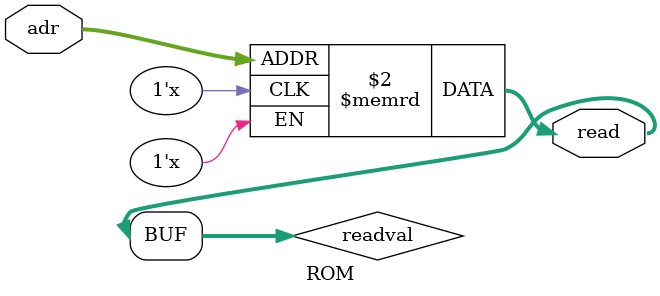
<source format=v>
module ROM(adr,read);
  input [5:0] adr;
  output [7:0] read;
  reg [7:0] datastore[0:63];
  (* romstyle = "M9K" *)(* ram_init_file = "sine.mif" *) reg [7:0] rom [63:0];
  reg [7:0] readval;
  always@(adr)
  begin
    readval = datastore[adr];
  end
  assign read = readval;
endmodule
</source>
